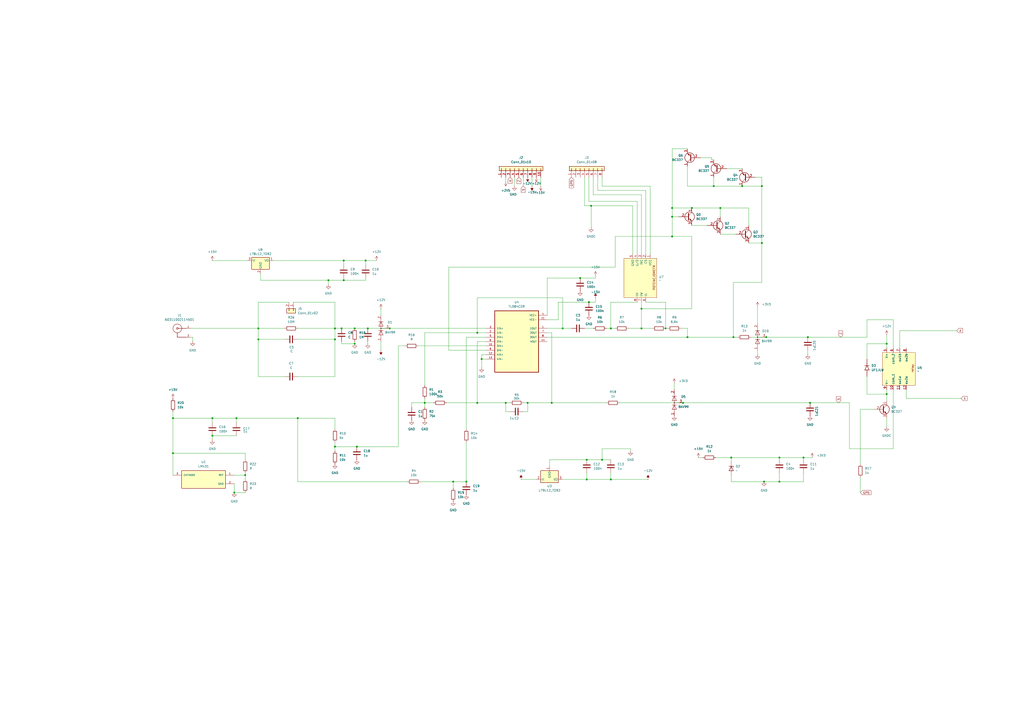
<source format=kicad_sch>
(kicad_sch (version 20231120) (generator "eeschema") (generator_version "8.0")
  (paper "A2")
  (junction (at 514.35 228.6))
  (junction (at 320.04 233.68))
  (junction (at 276.86 193.04))
  (junction (at 466.09 265.43))
  (junction (at 293.37 233.68))
  (junction (at 398.78 195.58))
  (junction (at 389.89 125.73))
  (junction (at 340.36 278.13))
  (junction (at 452.12 265.43))
  (junction (at 389.89 137.16))
  (junction (at 414.02 107.95))
  (junction (at 199.39 162.56))
  (junction (at 444.5 195.58))
  (junction (at 212.09 151.13))
  (junction (at 123.19 242.57))
  (junction (at 341.63 175.26))
  (junction (at 100.33 262.89))
  (junction (at 194.31 259.08))
  (junction (at 198.12 190.5))
  (junction (at 389.89 120.65))
  (junction (at 135.89 285.75))
  (junction (at 417.83 120.65))
  (junction (at 396.24 233.68))
  (junction (at 100.33 242.57))
  (junction (at 386.08 190.5))
  (junction (at 190.5 162.56))
  (junction (at 306.07 233.68))
  (junction (at 270.51 279.4))
  (junction (at 149.86 190.5))
  (junction (at 194.31 196.85))
  (junction (at 441.96 107.95))
  (junction (at 123.19 252.73))
  (junction (at 262.89 279.4))
  (junction (at 205.74 190.5))
  (junction (at 443.23 279.4))
  (junction (at 336.55 161.29))
  (junction (at 372.11 190.5))
  (junction (at 401.32 120.65))
  (junction (at 246.38 233.68))
  (junction (at 194.31 190.5))
  (junction (at 342.9 119.38))
  (junction (at 149.86 196.85))
  (junction (at 137.16 242.57))
  (junction (at 213.36 190.5))
  (junction (at 468.63 195.58))
  (junction (at 340.36 266.7))
  (junction (at 142.24 275.59))
  (junction (at 226.06 190.5))
  (junction (at 441.96 140.97))
  (junction (at 354.33 190.5))
  (junction (at 424.18 265.43))
  (junction (at 349.25 266.7))
  (junction (at 172.72 242.57))
  (junction (at 372.11 179.07))
  (junction (at 205.74 199.39))
  (junction (at 326.39 190.5))
  (junction (at 207.01 259.08))
  (junction (at 199.39 151.13))
  (junction (at 279.4 208.28))
  (junction (at 354.33 278.13))
  (junction (at 469.9 233.68))
  (junction (at 514.35 199.39))
  (junction (at 425.45 195.58))
  (junction (at 452.12 279.4))
  (junction (at 430.53 107.95))
  (junction (at 276.86 233.68))
  (wire (pts (xy 351.79 190.5) (xy 354.33 190.5)))
  (wire (pts (xy 386.08 190.5) (xy 387.35 190.5)))
  (wire (pts (xy 344.17 113.03) (xy 372.11 113.03)))
  (wire (pts (xy 441.96 107.95) (xy 441.96 140.97)))
  (wire (pts (xy 326.39 190.5) (xy 331.47 190.5)))
  (wire (pts (xy 220.98 179.07) (xy 220.98 182.88)))
  (wire (pts (xy 110.49 195.58) (xy 111.76 195.58)))
  (wire (pts (xy 298.45 102.87) (xy 298.45 107.95)))
  (wire (pts (xy 279.4 205.74) (xy 279.4 208.28)))
  (wire (pts (xy 359.41 233.68) (xy 396.24 233.68)))
  (wire (pts (xy 165.1 218.44) (xy 149.86 218.44)))
  (wire (pts (xy 466.09 265.43) (xy 471.17 265.43)))
  (wire (pts (xy 142.24 266.7) (xy 142.24 262.89)))
  (wire (pts (xy 306.07 233.68) (xy 320.04 233.68)))
  (wire (pts (xy 375.92 278.13) (xy 354.33 278.13)))
  (wire (pts (xy 317.5 185.42) (xy 323.85 185.42)))
  (wire (pts (xy 372.11 113.03) (xy 372.11 147.32)))
  (wire (pts (xy 417.83 125.73) (xy 417.83 120.65)))
  (wire (pts (xy 521.97 191.77) (xy 554.99 191.77)))
  (wire (pts (xy 424.18 265.43) (xy 452.12 265.43)))
  (wire (pts (xy 425.45 163.83) (xy 425.45 195.58)))
  (wire (pts (xy 444.5 195.58) (xy 468.63 195.58)))
  (wire (pts (xy 172.72 279.4) (xy 236.22 279.4)))
  (wire (pts (xy 318.77 266.7) (xy 340.36 266.7)))
  (wire (pts (xy 341.63 175.26) (xy 345.44 175.26)))
  (wire (pts (xy 341.63 116.84) (xy 369.57 116.84)))
  (wire (pts (xy 279.4 208.28) (xy 279.4 213.36)))
  (wire (pts (xy 308.61 102.87) (xy 308.61 107.95)))
  (wire (pts (xy 452.12 279.4) (xy 466.09 279.4)))
  (wire (pts (xy 518.16 260.35) (xy 518.16 226.06)))
  (wire (pts (xy 374.65 175.26) (xy 386.08 175.26)))
  (wire (pts (xy 389.89 120.65) (xy 389.89 86.36)))
  (wire (pts (xy 100.33 242.57) (xy 100.33 262.89)))
  (wire (pts (xy 213.36 199.39) (xy 213.36 198.12)))
  (wire (pts (xy 190.5 165.1) (xy 190.5 162.56)))
  (wire (pts (xy 323.85 175.26) (xy 341.63 175.26)))
  (wire (pts (xy 414.02 107.95) (xy 430.53 107.95)))
  (wire (pts (xy 441.96 163.83) (xy 425.45 163.83)))
  (wire (pts (xy 398.78 107.95) (xy 414.02 107.95)))
  (wire (pts (xy 149.86 190.5) (xy 149.86 196.85)))
  (wire (pts (xy 349.25 266.7) (xy 354.33 266.7)))
  (wire (pts (xy 394.97 190.5) (xy 398.78 190.5)))
  (wire (pts (xy 492.76 260.35) (xy 518.16 260.35)))
  (wire (pts (xy 441.96 102.87) (xy 441.96 107.95)))
  (wire (pts (xy 170.18 175.26) (xy 194.31 175.26)))
  (wire (pts (xy 389.89 86.36) (xy 398.78 86.36)))
  (wire (pts (xy 149.86 175.26) (xy 149.86 190.5)))
  (wire (pts (xy 135.89 280.67) (xy 135.89 285.75)))
  (wire (pts (xy 356.87 137.16) (xy 389.89 137.16)))
  (wire (pts (xy 398.78 195.58) (xy 425.45 195.58)))
  (wire (pts (xy 389.89 125.73) (xy 389.89 120.65)))
  (wire (pts (xy 110.49 190.5) (xy 149.86 190.5)))
  (wire (pts (xy 123.19 242.57) (xy 137.16 242.57)))
  (wire (pts (xy 499.11 276.86) (xy 499.11 285.75)))
  (wire (pts (xy 339.09 190.5) (xy 344.17 190.5)))
  (wire (pts (xy 151.13 162.56) (xy 190.5 162.56)))
  (wire (pts (xy 198.12 198.12) (xy 198.12 199.39)))
  (wire (pts (xy 345.44 160.02) (xy 345.44 161.29)))
  (wire (pts (xy 111.76 195.58) (xy 111.76 198.12)))
  (wire (pts (xy 439.42 203.2) (xy 439.42 205.74)))
  (wire (pts (xy 525.78 226.06) (xy 525.78 231.14)))
  (wire (pts (xy 302.26 278.13) (xy 311.15 278.13)))
  (wire (pts (xy 502.92 218.44) (xy 502.92 228.6)))
  (wire (pts (xy 281.94 198.12) (xy 276.86 198.12)))
  (wire (pts (xy 323.85 185.42) (xy 323.85 175.26)))
  (wire (pts (xy 199.39 162.56) (xy 212.09 162.56)))
  (wire (pts (xy 137.16 252.73) (xy 123.19 252.73)))
  (wire (pts (xy 434.34 120.65) (xy 434.34 130.81)))
  (wire (pts (xy 281.94 203.2) (xy 260.35 203.2)))
  (wire (pts (xy 421.64 97.79) (xy 430.53 97.79)))
  (wire (pts (xy 386.08 175.26) (xy 386.08 190.5)))
  (wire (pts (xy 349.25 260.35) (xy 349.25 266.7)))
  (wire (pts (xy 231.14 200.66) (xy 231.14 259.08)))
  (wire (pts (xy 365.76 261.62) (xy 365.76 260.35)))
  (wire (pts (xy 389.89 137.16) (xy 389.89 125.73)))
  (wire (pts (xy 149.86 196.85) (xy 165.1 196.85)))
  (wire (pts (xy 317.5 182.88) (xy 317.5 161.29)))
  (wire (pts (xy 142.24 262.89) (xy 100.33 262.89)))
  (wire (pts (xy 246.38 233.68) (xy 238.76 233.68)))
  (wire (pts (xy 172.72 242.57) (xy 194.31 242.57)))
  (wire (pts (xy 356.87 154.94) (xy 356.87 137.16)))
  (wire (pts (xy 212.09 153.67) (xy 212.09 151.13)))
  (wire (pts (xy 172.72 242.57) (xy 172.72 279.4)))
  (wire (pts (xy 199.39 151.13) (xy 212.09 151.13)))
  (wire (pts (xy 123.19 151.13) (xy 143.51 151.13)))
  (wire (pts (xy 506.73 237.49) (xy 499.11 237.49)))
  (wire (pts (xy 468.63 195.58) (xy 502.92 195.58)))
  (wire (pts (xy 412.75 92.71) (xy 414.02 92.71)))
  (wire (pts (xy 452.12 274.32) (xy 452.12 279.4)))
  (wire (pts (xy 514.35 226.06) (xy 514.35 228.6)))
  (wire (pts (xy 270.51 279.4) (xy 262.89 279.4)))
  (wire (pts (xy 246.38 233.68) (xy 246.38 236.22)))
  (wire (pts (xy 514.35 228.6) (xy 514.35 232.41)))
  (wire (pts (xy 318.77 266.7) (xy 318.77 270.51)))
  (wire (pts (xy 199.39 161.29) (xy 199.39 162.56)))
  (wire (pts (xy 198.12 190.5) (xy 205.74 190.5)))
  (wire (pts (xy 226.06 190.5) (xy 281.94 190.5)))
  (wire (pts (xy 424.18 275.59) (xy 424.18 279.4)))
  (wire (pts (xy 246.38 193.04) (xy 246.38 223.52)))
  (wire (pts (xy 320.04 193.04) (xy 320.04 233.68)))
  (wire (pts (xy 158.75 151.13) (xy 199.39 151.13)))
  (wire (pts (xy 349.25 102.87) (xy 349.25 107.95)))
  (wire (pts (xy 443.23 279.4) (xy 452.12 279.4)))
  (wire (pts (xy 349.25 107.95) (xy 377.19 107.95)))
  (wire (pts (xy 438.15 102.87) (xy 441.96 102.87)))
  (wire (pts (xy 389.89 120.65) (xy 401.32 120.65)))
  (wire (pts (xy 246.38 233.68) (xy 251.46 233.68)))
  (wire (pts (xy 194.31 190.5) (xy 198.12 190.5)))
  (wire (pts (xy 502.92 185.42) (xy 518.16 185.42)))
  (wire (pts (xy 405.13 265.43) (xy 407.67 265.43)))
  (wire (pts (xy 518.16 185.42) (xy 518.16 201.93)))
  (wire (pts (xy 270.51 195.58) (xy 270.51 248.92)))
  (wire (pts (xy 514.35 199.39) (xy 514.35 201.93)))
  (wire (pts (xy 342.9 119.38) (xy 342.9 132.08)))
  (wire (pts (xy 123.19 252.73) (xy 123.19 255.27)))
  (wire (pts (xy 123.19 242.57) (xy 123.19 245.11)))
  (wire (pts (xy 205.74 190.5) (xy 213.36 190.5)))
  (wire (pts (xy 142.24 275.59) (xy 142.24 278.13)))
  (wire (pts (xy 303.53 102.87) (xy 303.53 107.95)))
  (wire (pts (xy 262.89 279.4) (xy 262.89 283.21)))
  (wire (pts (xy 207.01 259.08) (xy 231.14 259.08)))
  (wire (pts (xy 425.45 195.58) (xy 427.99 195.58)))
  (wire (pts (xy 293.37 233.68) (xy 293.37 238.76)))
  (wire (pts (xy 326.39 278.13) (xy 340.36 278.13)))
  (wire (pts (xy 466.09 265.43) (xy 466.09 266.7)))
  (wire (pts (xy 339.09 102.87) (xy 339.09 119.38)))
  (wire (pts (xy 317.5 193.04) (xy 320.04 193.04)))
  (wire (pts (xy 194.31 256.54) (xy 194.31 259.08)))
  (wire (pts (xy 452.12 265.43) (xy 452.12 266.7)))
  (wire (pts (xy 279.4 208.28) (xy 281.94 208.28)))
  (wire (pts (xy 499.11 237.49) (xy 499.11 269.24)))
  (wire (pts (xy 293.37 102.87) (xy 293.37 105.41)))
  (wire (pts (xy 194.31 175.26) (xy 194.31 190.5)))
  (wire (pts (xy 336.55 161.29) (xy 345.44 161.29)))
  (wire (pts (xy 212.09 161.29) (xy 212.09 162.56)))
  (wire (pts (xy 199.39 153.67) (xy 199.39 151.13)))
  (wire (pts (xy 398.78 190.5) (xy 398.78 195.58)))
  (wire (pts (xy 401.32 130.81) (xy 410.21 130.81)))
  (wire (pts (xy 367.03 119.38) (xy 367.03 147.32)))
  (wire (pts (xy 190.5 162.56) (xy 199.39 162.56)))
  (wire (pts (xy 401.32 137.16) (xy 389.89 137.16)))
  (wire (pts (xy 372.11 190.5) (xy 378.46 190.5)))
  (wire (pts (xy 242.57 200.66) (xy 281.94 200.66)))
  (wire (pts (xy 502.92 195.58) (xy 502.92 185.42)))
  (wire (pts (xy 340.36 278.13) (xy 354.33 278.13)))
  (wire (pts (xy 276.86 198.12) (xy 276.86 233.68)))
  (wire (pts (xy 246.38 231.14) (xy 246.38 233.68)))
  (wire (pts (xy 435.61 195.58) (xy 444.5 195.58)))
  (wire (pts (xy 364.49 190.5) (xy 372.11 190.5)))
  (wire (pts (xy 137.16 245.11) (xy 137.16 242.57)))
  (wire (pts (xy 281.94 195.58) (xy 270.51 195.58)))
  (wire (pts (xy 417.83 135.89) (xy 426.72 135.89)))
  (wire (pts (xy 137.16 242.57) (xy 172.72 242.57)))
  (wire (pts (xy 194.31 242.57) (xy 194.31 248.92)))
  (wire (pts (xy 317.5 195.58) (xy 398.78 195.58)))
  (wire (pts (xy 194.31 190.5) (xy 194.31 196.85)))
  (wire (pts (xy 198.12 199.39) (xy 205.74 199.39)))
  (wire (pts (xy 317.5 190.5) (xy 326.39 190.5)))
  (wire (pts (xy 194.31 259.08) (xy 207.01 259.08)))
  (wire (pts (xy 149.86 175.26) (xy 167.64 175.26)))
  (wire (pts (xy 260.35 154.94) (xy 356.87 154.94)))
  (wire (pts (xy 303.53 238.76) (xy 306.07 238.76)))
  (wire (pts (xy 466.09 274.32) (xy 466.09 279.4)))
  (wire (pts (xy 468.63 203.2) (xy 468.63 205.74)))
  (wire (pts (xy 326.39 172.72) (xy 326.39 190.5)))
  (wire (pts (xy 205.74 198.12) (xy 205.74 199.39)))
  (wire (pts (xy 220.98 198.12) (xy 220.98 203.2)))
  (wire (pts (xy 259.08 233.68) (xy 276.86 233.68)))
  (wire (pts (xy 412.75 92.71) (xy 412.75 91.44)))
  (wire (pts (xy 354.33 274.32) (xy 354.33 278.13)))
  (wire (pts (xy 172.72 196.85) (xy 194.31 196.85)))
  (wire (pts (xy 434.34 140.97) (xy 441.96 140.97)))
  (wire (pts (xy 306.07 233.68) (xy 303.53 233.68)))
  (wire (pts (xy 100.33 238.76) (xy 100.33 242.57)))
  (wire (pts (xy 142.24 274.32) (xy 142.24 275.59)))
  (wire (pts (xy 369.57 116.84) (xy 369.57 147.32)))
  (wire (pts (xy 415.29 265.43) (xy 424.18 265.43)))
  (wire (pts (xy 354.33 190.5) (xy 356.87 190.5)))
  (wire (pts (xy 414.02 102.87) (xy 414.02 107.95)))
  (wire (pts (xy 339.09 119.38) (xy 342.9 119.38)))
  (wire (pts (xy 389.89 125.73) (xy 393.7 125.73)))
  (wire (pts (xy 243.84 279.4) (xy 262.89 279.4)))
  (wire (pts (xy 234.95 200.66) (xy 231.14 200.66)))
  (wire (pts (xy 441.96 140.97) (xy 441.96 163.83)))
  (wire (pts (xy 194.31 259.08) (xy 194.31 261.62)))
  (wire (pts (xy 412.75 91.44) (xy 406.4 91.44)))
  (wire (pts (xy 341.63 102.87) (xy 341.63 116.84)))
  (wire (pts (xy 317.5 161.29) (xy 336.55 161.29)))
  (wire (pts (xy 100.33 262.89) (xy 100.33 275.59)))
  (wire (pts (xy 354.33 175.26) (xy 354.33 190.5)))
  (wire (pts (xy 135.89 285.75) (xy 142.24 285.75)))
  (wire (pts (xy 367.03 119.38) (xy 342.9 119.38)))
  (wire (pts (xy 218.44 151.13) (xy 212.09 151.13)))
  (wire (pts (xy 401.32 179.07) (xy 401.32 137.16)))
  (wire (pts (xy 372.11 175.26) (xy 372.11 179.07)))
  (wire (pts (xy 424.18 265.43) (xy 424.18 267.97)))
  (wire (pts (xy 369.57 175.26) (xy 354.33 175.26)))
  (wire (pts (xy 213.36 190.5) (xy 226.06 190.5)))
  (wire (pts (xy 514.35 194.31) (xy 514.35 199.39)))
  (wire (pts (xy 346.71 102.87) (xy 346.71 110.49)))
  (wire (pts (xy 396.24 233.68) (xy 469.9 233.68)))
  (wire (pts (xy 365.76 260.35) (xy 349.25 260.35)))
  (wire (pts (xy 340.36 266.7) (xy 349.25 266.7)))
  (wire (pts (xy 340.36 274.32) (xy 340.36 278.13)))
  (wire (pts (xy 452.12 265.43) (xy 466.09 265.43)))
  (wire (pts (xy 135.89 275.59) (xy 142.24 275.59)))
  (wire (pts (xy 151.13 158.75) (xy 151.13 162.56)))
  (wire (pts (xy 521.97 201.93) (xy 521.97 191.77)))
  (wire (pts (xy 172.72 218.44) (xy 194.31 218.44)))
  (wire (pts (xy 502.92 199.39) (xy 514.35 199.39)))
  (wire (pts (xy 270.51 256.54) (xy 270.51 279.4)))
  (wire (pts (xy 391.16 226.06) (xy 391.16 222.25)))
  (wire (pts (xy 514.35 242.57) (xy 514.35 247.65)))
  (wire (pts (xy 276.86 233.68) (xy 293.37 233.68)))
  (wire (pts (xy 149.86 196.85) (xy 149.86 218.44)))
  (wire (pts (xy 469.9 233.68) (xy 492.76 233.68)))
  (wire (pts (xy 344.17 102.87) (xy 344.17 113.03)))
  (wire (pts (xy 260.35 154.94) (xy 260.35 203.2)))
  (wire (pts (xy 306.07 233.68) (xy 306.07 238.76)))
  (wire (pts (xy 295.91 233.68) (xy 293.37 233.68)))
  (wire (pts (xy 372.11 179.07) (xy 372.11 190.5)))
  (wire (pts (xy 238.76 233.68) (xy 238.76 236.22)))
  (wire (pts (xy 345.44 175.26) (xy 345.44 172.72)))
  (wire (pts (xy 320.04 233.68) (xy 351.79 233.68)))
  (wire (pts (xy 295.91 238.76) (xy 293.37 238.76)))
  (wire (pts (xy 149.86 190.5) (xy 165.1 190.5)))
  (wire (pts (xy 401.32 120.65) (xy 417.83 120.65)))
  (wire (pts (xy 430.53 107.95) (xy 441.96 107.95)))
  (wire (pts (xy 276.86 172.72) (xy 326.39 172.72)))
  (wire (pts (xy 246.38 193.04) (xy 276.86 193.04)))
  (wire (pts (xy 281.94 205.74) (xy 279.4 205.74)))
  (wire (pts (xy 377.19 107.95) (xy 377.19 147.32)))
  (wire (pts (xy 492.76 233.68) (xy 492.76 260.35)))
  (wire (pts (xy 502.92 208.28) (xy 502.92 199.39)))
  (wire (pts (xy 281.94 193.04) (xy 276.86 193.04)))
  (wire (pts (xy 525.78 231.14) (xy 557.53 231.14)))
  (wire (pts (xy 346.71 110.49) (xy 374.65 110.49)))
  (wire (pts (xy 398.78 96.52) (xy 398.78 107.95)))
  (wire (pts (xy 424.18 279.4) (xy 443.23 279.4)))
  (wire (pts (xy 374.65 110.49) (xy 374.65 147.32)))
  (wire (pts (xy 313.69 102.87) (xy 313.69 107.95)))
  (wire (pts (xy 172.72 190.5) (xy 194.31 190.5)))
  (wire (pts (xy 372.11 179.07) (xy 401.32 179.07)))
  (wire (pts (xy 502.92 228.6) (xy 514.35 228.6)))
  (wire (pts (xy 417.83 120.65) (xy 434.34 120.65)))
  (wire (pts (xy 194.31 196.85) (xy 194.31 218.44)))
  (wire (pts (xy 276.86 193.04) (xy 276.86 172.72)))
  (wire (pts (xy 439.42 187.96) (xy 439.42 177.8)))
  (wire (pts (xy 100.33 242.57) (xy 123.19 242.57)))
  (global_label "Z" (shape input) (at 300.99 102.87 270) (property "Intersheetrefs" "${INTERSHEET_REFS}" (effects (hide yes))))
  (global_label "A" (shape input) (at 295.91 102.87 270) (property "Intersheetrefs" "${INTERSHEET_REFS}" (effects (hide yes))))
  (global_label "Z" (shape input) (at 487.68 195.58 90) (property "Intersheetrefs" "${INTERSHEET_REFS}" (effects (hide yes))))
  (global_label "GP5" (shape input) (at 331.47 102.87 270) (property "Intersheetrefs" "${INTERSHEET_REFS}" (effects (hide yes))))
  (global_label "S" (shape input) (at 486.41 233.68 90) (property "Intersheetrefs" "${INTERSHEET_REFS}" (effects (hide yes))))
  (global_label "GP5" (shape input) (at 499.11 285.75 0) (property "Intersheetrefs" "${INTERSHEET_REFS}" (effects (hide yes))))
  (global_label "A" (shape input) (at 557.53 231.14 0) (property "Intersheetrefs" "${INTERSHEET_REFS}" (effects (hide yes))))
  (global_label "A" (shape input) (at 554.99 191.77 0) (property "Intersheetrefs" "${INTERSHEET_REFS}" (effects (hide yes))))
  (global_label "S" (shape input) (at 303.53 107.95 270) (property "Intersheetrefs" "${INTERSHEET_REFS}" (effects (hide yes))))
  (symbol (lib_id "Transistor_BJT:BC337") (at 511.81 237.49 0) (unit 1)
    (property "Reference" "Q9" (at 516.89 236.2199 0) (effects (justify left)))
    (property "Value" "BC337" (at 516.89 238.7599 0) (effects (justify left)))
    (property "Footprint" "Package_TO_SOT_THT:TO-92_Inline" (effects (hide yes)))
    (property "Datasheet" "https://diotec.com/tl_files/diotec/files/pdf/datasheets/bc337.pdf" (effects (hide yes)))
    (property "Description" "0.8A Ic, 45V Vce, NPN Transistor, TO-92" (effects (hide yes)))
  )
  (symbol (lib_id "Device:C") (at 198.12 194.31 0) (unit 1)
    (property "Reference" "C8" (at 201.93 193.0399 0) (effects (justify left)))
    (property "Value" "C" (at 201.93 195.5799 0) (effects (justify left)))
    (property "Footprint" "Capacitor_SMD:C_1206_3216Metric" (effects (hide yes)))
    (property "Description" "Unpolarized capacitor" (effects (hide yes)))
  )
  (symbol (lib_id "Device:C") (at 468.63 199.39 180) (unit 1)
    (property "Reference" "C20" (at 472.44 199.39 90))
    (property "Value" "1u" (at 472.44 202.184 90))
    (property "Footprint" "Capacitor_SMD:C_1206_3216Metric_Pad1.33x1.80mm_HandSolder" (effects (hide yes)))
    (property "Description" "Unpolarized capacitor" (effects (hide yes)))
  )
  (symbol (lib_id "power:GND") (at 443.23 279.4 0) (unit 1)
    (property "Reference" "#PWR030" (effects (hide yes)))
    (property "Value" "GND" (at 443.23 284.48 0))
    (property "Description" "Power symbol creates a global label with name \"GND\" , ground" (effects (hide yes)))
  )
  (symbol (lib_id "60311002114501:60311002114501") (at 102.87 190.5 0) (unit 1)
    (property "Reference" "J1" (at 104.1527 182.88 0))
    (property "Value" "60311002114501" (at 104.1527 185.42 0))
    (property "Footprint" "Connector_Coaxial:SMA_Molex_73251-2200_Horizontal" (effects (hide yes)))
    (property "Description" "\\n                        \\n                            SMA Connector Jack, Female Socket 50 Ohms Through Hole, Right Angle Solder\\n                        \\n" (effects (hide yes)))
    (property "Package" "None" (effects (hide yes)))
    (property "MOUNT" "THT" (effects (hide yes)))
    (property "Check_prices" "https://www.snapeda.com/parts/60311002114501/Wurth+Elektronik/view-part/?ref=eda" (effects (hide yes)))
    (property "VALUE" "60311002114501" (effects (hide yes)))
    (property "Price" "None" (effects (hide yes)))
    (property "INTERFACE" "MIL-STD-348" (effects (hide yes)))
    (property "SnapEDA_Link" "https://www.snapeda.com/parts/60311002114501/Wurth+Elektronik/view-part/?ref=snap" (effects (hide yes)))
    (property "DATASHEET-URL" "https://www.we-online.com/redexpert/spec/60311002114501?ae" (effects (hide yes)))
    (property "MP" "60311002114501" (effects (hide yes)))
    (property "PART-NUMBER" "60311002114501" (effects (hide yes)))
    (property "IMPEDANCE" "50Ohm" (effects (hide yes)))
    (property "Availability" "In Stock" (effects (hide yes)))
    (property "FREQUENCY-RANGE" "DC~{18} GHz" (effects (hide yes)))
    (property "SIZE" "Right Angle Jack" (effects (hide yes)))
  )
  (symbol (lib_id "Device:R") (at 411.48 265.43 90) (unit 1)
    (property "Reference" "R12" (at 411.48 259.08 90))
    (property "Value" "1k" (at 411.48 261.62 90))
    (property "Footprint" "Resistor_SMD:R_1206_3216Metric" (effects (hide yes)))
    (property "Description" "Resistor" (effects (hide yes)))
  )
  (symbol (lib_id "Regulator_Linear:L79L12_TO92") (at 318.77 278.13 0) (unit 1)
    (property "Reference" "U3" (at 318.77 281.94 0))
    (property "Value" "L79L12_TO92" (at 318.77 284.48 0))
    (property "Footprint" "Package_TO_SOT_THT:TO-92_Inline" (effects (hide yes)))
    (property "Datasheet" "http://www.farnell.com/datasheets/1827870.pdf" (effects (hide yes)))
    (property "Description" "Negative 100mA -30V Linear Regulator, Fixed Output -5V, TO-92" (effects (hide yes)))
  )
  (symbol (lib_id "Device:C") (at 168.91 196.85 90) (unit 1)
    (property "Reference" "C5" (at 169.164 201.422 90))
    (property "Value" "C" (at 169.164 203.708 90))
    (property "Footprint" "Capacitor_SMD:C_1206_3216Metric" (effects (hide yes)))
    (property "Description" "Unpolarized capacitor" (effects (hide yes)))
  )
  (symbol (lib_id "Device:C") (at 212.09 157.48 0) (unit 1)
    (property "Reference" "C10" (at 215.9 156.2099 0) (effects (justify left)))
    (property "Value" "1u" (at 215.9 158.7499 0) (effects (justify left)))
    (property "Footprint" "Capacitor_THT:CP_Radial_Tantal_D7.0mm_P5.00mm" (effects (hide yes)))
    (property "Description" "Unpolarized capacitor" (effects (hide yes)))
  )
  (symbol (lib_id "Connector_Generic:Conn_01x02") (at 170.18 180.34 270) (unit 1)
    (property "Reference" "J5" (at 172.72 179.0699 90) (effects (justify left)))
    (property "Value" "Conn_01x02" (at 172.72 181.6099 90) (effects (justify left)))
    (property "Footprint" "Connector_PinHeader_2.54mm:PinHeader_1x02_P2.54mm_Vertical" (effects (hide yes)))
    (property "Description" "Generic connector, single row, 01x02, script generated (kicad-library-utils/schlib/autogen/connector/)" (effects (hide yes)))
  )
  (symbol (lib_id "power:GND") (at 262.89 290.83 0) (unit 1)
    (property "Reference" "#PWR035" (effects (hide yes)))
    (property "Value" "GND" (at 262.89 295.91 0))
    (property "Description" "Power symbol creates a global label with name \"GND\" , ground" (effects (hide yes)))
  )
  (symbol (lib_id "power:GND") (at 207.01 266.7 0) (unit 1)
    (property "Reference" "#PWR06" (effects (hide yes)))
    (property "Value" "GND" (at 207.01 271.78 0))
    (property "Description" "Power symbol creates a global label with name \"GND\" , ground" (effects (hide yes)))
  )
  (symbol (lib_id "power:GND") (at 111.76 198.12 0) (unit 1)
    (property "Reference" "#PWR022" (effects (hide yes)))
    (property "Value" "GND" (at 111.76 203.2 0))
    (property "Description" "Power symbol creates a global label with name \"GND\" , ground" (effects (hide yes)))
  )
  (symbol (lib_id "power:+15V") (at 405.13 265.43 0) (unit 1)
    (property "Reference" "#PWR09" (effects (hide yes)))
    (property "Value" "+15V" (at 405.13 260.35 0))
    (property "Description" "Power symbol creates a global label with name \"+15V\"" (effects (hide yes)))
  )
  (symbol (lib_id "Transistor_BJT:BC337") (at 431.8 135.89 0) (unit 1)
    (property "Reference" "Q3" (at 436.88 134.6199 0) (effects (justify left)))
    (property "Value" "BC337" (at 436.88 137.1599 0) (effects (justify left)))
    (property "Footprint" "Package_TO_SOT_THT:TO-92_Inline" (effects (hide yes)))
    (property "Datasheet" "https://diotec.com/tl_files/diotec/files/pdf/datasheets/bc337.pdf" (effects (hide yes)))
    (property "Description" "0.8A Ic, 45V Vce, NPN Transistor, TO-92" (effects (hide yes)))
  )
  (symbol (lib_id "Transistor_BJT:BC337") (at 398.78 125.73 0) (unit 1)
    (property "Reference" "Q0" (at 403.86 124.4599 0) (effects (justify left)))
    (property "Value" "BC337" (at 403.86 126.9999 0) (effects (justify left)))
    (property "Footprint" "Package_TO_SOT_THT:TO-92_Inline" (effects (hide yes)))
    (property "Datasheet" "https://diotec.com/tl_files/diotec/files/pdf/datasheets/bc337.pdf" (effects (hide yes)))
    (property "Description" "0.8A Ic, 45V Vce, NPN Transistor, TO-92" (effects (hide yes)))
  )
  (symbol (lib_id "Diode:ZPDxx") (at 424.18 271.78 270) (unit 1)
    (property "Reference" "D2" (at 426.72 270.5099 90) (effects (justify left)))
    (property "Value" "~" (at 426.72 273.0499 90) (effects (justify left)))
    (property "Footprint" "Diode_THT:D_A-405_P2.54mm_Vertical_KathodeUp" (effects (hide yes)))
    (property "Datasheet" "http://diotec.com/tl_files/diotec/files/pdf/datasheets/zpd1" (effects (hide yes)))
    (property "Description" "500mW Zener Diode, DO-35" (effects (hide yes)))
  )
  (symbol (lib_id "Device:R") (at 391.16 190.5 90) (unit 1)
    (property "Reference" "R9" (at 391.16 184.15 90))
    (property "Value" "6,6k" (at 391.16 186.69 90))
    (property "Footprint" "Resistor_SMD:R_1206_3216Metric" (effects (hide yes)))
    (property "Description" "Resistor" (effects (hide yes)))
  )
  (symbol (lib_id "power:+2V5") (at 293.37 105.41 180) (unit 1)
    (property "Reference" "#PWR026" (effects (hide yes)))
    (property "Value" "+2V5" (at 293.37 110.49 0))
    (property "Description" "Power symbol creates a global label with name \"+2V5\"" (effects (hide yes)))
  )
  (symbol (lib_id "power:GND") (at 270.51 287.02 0) (unit 1)
    (property "Reference" "#PWR037" (effects (hide yes)))
    (property "Value" "GND" (at 270.51 292.1 0))
    (property "Description" "Power symbol creates a global label with name \"GND\" , ground" (effects (hide yes)))
  )
  (symbol (lib_id "power:GND") (at 238.76 243.84 0) (unit 1)
    (property "Reference" "#PWR01" (effects (hide yes)))
    (property "Value" "GND" (at 238.76 248.92 0))
    (property "Description" "Power symbol creates a global label with name \"GND\" , ground" (effects (hide yes)))
  )
  (symbol (lib_id "Device:R") (at 255.27 233.68 90) (unit 1)
    (property "Reference" "R3" (at 255.27 227.33 90))
    (property "Value" "50k" (at 255.27 229.87 90))
    (property "Footprint" "Resistor_SMD:R_1206_3216Metric" (effects (hide yes)))
    (property "Description" "Resistor" (effects (hide yes)))
  )
  (symbol (lib_id "power:GND") (at 246.38 243.84 0) (unit 1)
    (property "Reference" "#PWR02" (effects (hide yes)))
    (property "Value" "GND" (at 246.38 248.92 0))
    (property "Description" "Power symbol creates a global label with name \"GND\" , ground" (effects (hide yes)))
  )
  (symbol (lib_id "Device:C") (at 199.39 157.48 0) (unit 1)
    (property "Reference" "C9" (at 203.2 156.2099 0) (effects (justify left)))
    (property "Value" "100n" (at 203.2 158.7499 0) (effects (justify left)))
    (property "Footprint" "Capacitor_SMD:C_1206_3216Metric" (effects (hide yes)))
    (property "Description" "Unpolarized capacitor" (effects (hide yes)))
  )
  (symbol (lib_id "Device:C") (at 299.72 238.76 90) (unit 1)
    (property "Reference" "C2" (at 299.72 242.57 90))
    (property "Value" "1u" (at 296.926 242.57 90))
    (property "Footprint" "Capacitor_SMD:C_1206_3216Metric" (effects (hide yes)))
    (property "Description" "Unpolarized capacitor" (effects (hide yes)))
  )
  (symbol (lib_id "power:-12V") (at 375.92 278.13 0) (unit 1)
    (property "Reference" "#PWR027" (effects (hide yes)))
    (property "Value" "-12V" (at 375.92 273.05 0))
    (property "Description" "Power symbol creates a global label with name \"-12V\"" (effects (hide yes)))
  )
  (symbol (lib_id "power:-12V") (at 306.07 102.87 180) (unit 1)
    (property "Reference" "#PWR034" (effects (hide yes)))
    (property "Value" "-12V" (at 305.816 106.426 0))
    (property "Description" "Power symbol creates a global label with name \"-12V\"" (effects (hide yes)))
  )
  (symbol (lib_id "Device:R") (at 431.8 195.58 90) (unit 1)
    (property "Reference" "R13" (at 431.8 189.23 90))
    (property "Value" "1k" (at 431.8 191.77 90))
    (property "Footprint" "Resistor_SMD:R_1206_3216Metric" (effects (hide yes)))
    (property "Description" "Resistor" (effects (hide yes)))
  )
  (symbol (lib_id "Device:R") (at 142.24 270.51 0) (unit 1)
    (property "Reference" "R22" (at 144.78 269.2399 0) (effects (justify left)))
    (property "Value" "R" (at 144.78 271.7799 0) (effects (justify left)))
    (property "Footprint" "Resistor_SMD:R_1206_3216Metric_Pad1.30x1.75mm_HandSolder" (effects (hide yes)))
    (property "Description" "Resistor" (effects (hide yes)))
  )
  (symbol (lib_id "Device:R") (at 299.72 233.68 90) (unit 1)
    (property "Reference" "R5" (at 299.72 229.108 90))
    (property "Value" "30k" (at 299.72 231.14 90))
    (property "Footprint" "Resistor_SMD:R_1206_3216Metric" (effects (hide yes)))
    (property "Description" "Resistor" (effects (hide yes)))
  )
  (symbol (lib_id "power:+12V") (at 311.15 102.87 180) (unit 1)
    (property "Reference" "#PWR025" (effects (hide yes)))
    (property "Value" "+12V" (at 311.15 106.426 0))
    (property "Description" "Power symbol creates a global label with name \"+12V\"" (effects (hide yes)))
  )
  (symbol (lib_id "power:+15V") (at 313.69 107.95 180) (unit 1)
    (property "Reference" "#PWR032" (effects (hide yes)))
    (property "Value" "+15V" (at 313.436 111.76 0))
    (property "Description" "Power symbol creates a global label with name \"+15V\"" (effects (hide yes)))
  )
  (symbol (lib_id "power:GND") (at 514.35 247.65 0) (unit 1)
    (property "Reference" "#PWR010" (effects (hide yes)))
    (property "Value" "GNDC" (at 514.35 252.73 0))
    (property "Description" "Power symbol creates a global label with name \"GND\" , ground" (effects (hide yes)))
  )
  (symbol (lib_id "Connector_Generic:Conn_01x10") (at 300.99 97.79 90) (unit 1)
    (property "Reference" "J2" (at 302.26 91.44 90))
    (property "Value" "Conn_01x10" (at 302.26 93.98 90))
    (property "Footprint" "Connector_PinHeader_2.54mm:PinHeader_1x10_P2.54mm_Vertical" (effects (hide yes)))
    (property "Description" "Generic connector, single row, 01x10, script generated (kicad-library-utils/schlib/autogen/connector/)" (effects (hide yes)))
  )
  (symbol (lib_id "power:GND") (at 342.9 132.08 0) (unit 1)
    (property "Reference" "#PWR021" (effects (hide yes)))
    (property "Value" "GNDC" (at 342.9 137.16 0))
    (property "Description" "Power symbol creates a global label with name \"GND\" , ground" (effects (hide yes)))
  )
  (symbol (lib_id "Device:C") (at 123.19 248.92 0) (unit 1)
    (property "Reference" "C16" (at 127 247.6499 0) (effects (justify left)))
    (property "Value" "100n" (at 127 250.1899 0) (effects (justify left)))
    (property "Footprint" "Capacitor_SMD:C_1206_3216Metric_Pad1.33x1.80mm_HandSolder" (effects (hide yes)))
    (property "Description" "Unpolarized capacitor" (effects (hide yes)))
  )
  (symbol (lib_id "Connector_Generic:Conn_01x08") (at 339.09 97.79 90) (unit 1)
    (property "Reference" "J3" (at 340.36 91.44 90))
    (property "Value" "Conn_01x08" (at 340.36 93.98 90))
    (property "Footprint" "Connector_PinHeader_2.54mm:PinHeader_1x08_P2.54mm_Vertical" (effects (hide yes)))
    (property "Description" "Generic connector, single row, 01x08, script generated (kicad-library-utils/schlib/autogen/connector/)" (effects (hide yes)))
  )
  (symbol (lib_id "Transistor_BJT:BC337") (at 415.29 130.81 0) (unit 1)
    (property "Reference" "Q2" (at 420.37 129.5399 0) (effects (justify left)))
    (property "Value" "BC337" (at 420.37 132.0799 0) (effects (justify left)))
    (property "Footprint" "Package_TO_SOT_THT:TO-92_Inline" (effects (hide yes)))
    (property "Datasheet" "https://diotec.com/tl_files/diotec/files/pdf/datasheets/bc337.pdf" (effects (hide yes)))
    (property "Description" "0.8A Ic, 45V Vce, NPN Transistor, TO-92" (effects (hide yes)))
  )
  (symbol (lib_id "Device:R") (at 142.24 281.94 0) (unit 1)
    (property "Reference" "R23" (at 144.78 280.6699 0) (effects (justify left)))
    (property "Value" "R" (at 144.78 283.2099 0) (effects (justify left)))
    (property "Footprint" "Resistor_SMD:R_1206_3216Metric_Pad1.30x1.75mm_HandSolder" (effects (hide yes)))
    (property "Description" "Resistor" (effects (hide yes)))
  )
  (symbol (lib_id "Device:R") (at 499.11 273.05 0) (unit 1)
    (property "Reference" "R17" (at 501.65 271.7799 0) (effects (justify left)))
    (property "Value" "1k" (at 501.65 274.3199 0) (effects (justify left)))
    (property "Footprint" "Resistor_SMD:R_1206_3216Metric" (effects (hide yes)))
    (property "Description" "Resistor" (effects (hide yes)))
  )
  (symbol (lib_id "Device:C") (at 336.55 165.1 0) (unit 1)
    (property "Reference" "C14" (at 340.36 163.8299 0) (effects (justify left)))
    (property "Value" "100n" (at 340.36 166.3699 0) (effects (justify left)))
    (property "Footprint" "Capacitor_SMD:C_1206_3216Metric" (effects (hide yes)))
    (property "Description" "Unpolarized capacitor" (effects (hide yes)))
  )
  (symbol (lib_id "Device:R") (at 270.51 252.73 180) (unit 1)
    (property "Reference" "R14" (at 273.05 251.4599 0) (effects (justify right)))
    (property "Value" "10k" (at 273.05 253.9999 0) (effects (justify right)))
    (property "Footprint" "Resistor_SMD:R_1206_3216Metric" (effects (hide yes)))
    (property "Description" "Resistor" (effects (hide yes)))
  )
  (symbol (lib_id "power:GND") (at 341.63 182.88 0) (unit 1)
    (property "Reference" "#PWR018" (effects (hide yes)))
    (property "Value" "GND" (at 341.63 187.96 0))
    (property "Description" "Power symbol creates a global label with name \"GND\" , ground" (effects (hide yes)))
  )
  (symbol (lib_id "Device:R") (at 382.27 190.5 90) (unit 1)
    (property "Reference" "R8" (at 382.27 184.15 90))
    (property "Value" "10k" (at 382.27 186.69 90))
    (property "Footprint" "Resistor_SMD:R_1206_3216Metric" (effects (hide yes)))
    (property "Description" "Resistor" (effects (hide yes)))
  )
  (symbol (lib_id "TL084CDR:TL084CDR") (at 299.72 198.12 0) (unit 1)
    (property "Reference" "U4" (at 299.72 175.26 0))
    (property "Value" "TL084CDR" (at 299.72 177.8 0))
    (property "Footprint" "TL084CDR (1):SOIC127P600X175-14N" (effects (hide yes)))
    (property "Description" "\\n                        \\n                            Quad, 30-V, 3-MHz, 13-V/µs slew rate, In to V+, JFET-input op amp\\n                        \\n" (effects (hide yes)))
    (property "Package" "SOIC-14 Texas Instruments" (effects (hide yes)))
    (property "Price" "None" (effects (hide yes)))
    (property "SnapEDA_Link" "https://www.snapeda.com/parts/TL084CDR/Texas+Instruments/view-part/?ref=snap" (effects (hide yes)))
    (property "MP" "TL084CDR" (effects (hide yes)))
    (property "Availability" "In Stock" (effects (hide yes)))
    (property "Check_prices" "https://www.snapeda.com/parts/TL084CDR/Texas+Instruments/view-part/?ref=eda" (effects (hide yes)))
  )
  (symbol (lib_id "Device:C") (at 466.09 270.51 0) (unit 1)
    (property "Reference" "C11" (at 469.9 269.2399 0) (effects (justify left)))
    (property "Value" "1u" (at 469.9 271.7799 0) (effects (justify left)))
    (property "Footprint" "Capacitor_THT:CP_Radial_Tantal_D7.0mm_P5.00mm" (effects (hide yes)))
    (property "Description" "Unpolarized capacitor" (effects (hide yes)))
  )
  (symbol (lib_id "power:+15V") (at 345.44 160.02 0) (unit 1)
    (property "Reference" "#PWR015" (effects (hide yes)))
    (property "Value" "+15V" (at 345.44 154.94 0))
    (property "Description" "Power symbol creates a global label with name \"+15V\"" (effects (hide yes)))
  )
  (symbol (lib_id "Transistor_BJT:BC337") (at 401.32 91.44 180) (unit 1)
    (property "Reference" "Q6" (at 396.24 90.1699 0) (effects (justify left)))
    (property "Value" "BC337" (at 396.24 92.7099 0) (effects (justify left)))
    (property "Footprint" "Package_TO_SOT_THT:TO-92_Inline" (effects (hide yes)))
    (property "Datasheet" "https://diotec.com/tl_files/diotec/files/pdf/datasheets/bc337.pdf" (effects (hide yes)))
    (property "Description" "0.8A Ic, 45V Vce, NPN Transistor, TO-92" (effects (hide yes)))
  )
  (symbol (lib_id "Device:R") (at 360.68 190.5 90) (unit 1)
    (property "Reference" "R7" (at 360.68 184.15 90))
    (property "Value" "10k" (at 360.68 186.69 90))
    (property "Footprint" "Resistor_SMD:R_1206_3216Metric" (effects (hide yes)))
    (property "Description" "Resistor" (effects (hide yes)))
  )
  (symbol (lib_id "power:GND") (at 469.9 241.3 0) (unit 1)
    (property "Reference" "#PWR041" (effects (hide yes)))
    (property "Value" "GND" (at 469.9 246.38 0))
    (property "Description" "Power symbol creates a global label with name \"GND\" , ground" (effects (hide yes)))
  )
  (symbol (lib_id "power:+12V") (at 218.44 151.13 0) (unit 1)
    (property "Reference" "#PWR023" (effects (hide yes)))
    (property "Value" "+12V" (at 218.44 146.05 0))
    (property "Description" "Power symbol creates a global label with name \"+12V\"" (effects (hide yes)))
  )
  (symbol (lib_id "Device:C") (at 469.9 237.49 180) (unit 1)
    (property "Reference" "C21" (at 473.71 237.49 90))
    (property "Value" "1u" (at 473.71 240.284 90))
    (property "Footprint" "Capacitor_SMD:C_1206_3216Metric_Pad1.33x1.80mm_HandSolder" (effects (hide yes)))
    (property "Description" "Unpolarized capacitor" (effects (hide yes)))
  )
  (symbol (lib_id "Device:R") (at 194.31 252.73 0) (unit 1)
    (property "Reference" "R10" (at 196.85 251.4599 0) (effects (justify left)))
    (property "Value" "5k" (at 196.85 253.9999 0) (effects (justify left)))
    (property "Footprint" "Resistor_SMD:R_1206_3216Metric" (effects (hide yes)))
    (property "Description" "Resistor" (effects (hide yes)))
  )
  (symbol (lib_id "power:GND") (at 439.42 205.74 0) (unit 1)
    (property "Reference" "#PWR07" (effects (hide yes)))
    (property "Value" "GND" (at 439.42 210.82 0))
    (property "Description" "Power symbol creates a global label with name \"GND\" , ground" (effects (hide yes)))
  )
  (symbol (lib_id "power:GND") (at 391.16 241.3 0) (unit 1)
    (property "Reference" "#PWR04" (effects (hide yes)))
    (property "Value" "GND" (at 391.16 246.38 0))
    (property "Description" "Power symbol creates a global label with name \"GND\" , ground" (effects (hide yes)))
  )
  (symbol (lib_id "power:GND") (at 205.74 199.39 0) (unit 1)
    (property "Reference" "#PWR013" (effects (hide yes)))
    (property "Value" "GND" (at 205.74 204.47 0))
    (property "Description" "Power symbol creates a global label with name \"GND\" , ground" (effects (hide yes)))
  )
  (symbol (lib_id "1_moja_biblioteka:X9C1035_Digital_Potentiometer") (at 382.27 156.21 270) (unit 1)
    (property "Reference" "U7" (at 382.27 160.6549 90) (effects (justify left)))
    (property "Value" "~" (at 382.27 162.56 90) (effects (justify left)))
    (property "Footprint" "moja_pierwsza_biblioteka:X9C1035 Digital Potentiometer" (effects (hide yes)))
  )
  (symbol (lib_id "Diode:BAV99") (at 391.16 233.68 90) (unit 1)
    (property "Reference" "D5" (at 397.764 230.124 90) (effects (justify left)))
    (property "Value" "BAV99" (at 399.542 235.966 90) (effects (justify left)))
    (property "Footprint" "Package_TO_SOT_SMD:SOT-23" (effects (hide yes)))
    (property "Datasheet" "https://assets.nexperia.com/documents/data-sheet/BAV99_SER.pdf" (effects (hide yes)))
    (property "Description" "BAV99 High-speed switching diodes, SOT-23" (effects (hide yes)))
  )
  (symbol (lib_id "Device:C") (at 340.36 270.51 0) (unit 1)
    (property "Reference" "C12" (at 344.17 269.2399 0) (effects (justify left)))
    (property "Value" "100n" (at 344.17 271.7799 0) (effects (justify left)))
    (property "Footprint" "Capacitor_SMD:C_1206_3216Metric" (effects (hide yes)))
    (property "Description" "Unpolarized capacitor" (effects (hide yes)))
  )
  (symbol (lib_id "1_moja_biblioteka:relay_HUI_KE") (at 527.05 214.63 270) (unit 1)
    (property "Reference" "U5" (at 532.13 213.3599 90) (effects (justify left)))
    (property "Value" "~" (at 532.13 215.265 90) (effects (justify left)))
    (property "Footprint" "moja_pierwsza_biblioteka:relay" (effects (hide yes)))
  )
  (symbol (lib_id "Device:R") (at 240.03 279.4 90) (unit 1)
    (property "Reference" "R4" (at 240.03 273.05 90))
    (property "Value" "10k" (at 240.03 275.59 90))
    (property "Footprint" "Resistor_SMD:R_1206_3216Metric" (effects (hide yes)))
    (property "Description" "Resistor" (effects (hide yes)))
  )
  (symbol (lib_id "power:GND") (at 190.5 165.1 0) (unit 1)
    (property "Reference" "#PWR08" (effects (hide yes)))
    (property "Value" "GND" (at 190.5 170.18 0))
    (property "Description" "Power symbol creates a global label with name \"GND\" , ground" (effects (hide yes)))
  )
  (symbol (lib_id "power:GND") (at 336.55 168.91 0) (unit 1)
    (property "Reference" "#PWR020" (effects (hide yes)))
    (property "Value" "GND" (at 336.55 173.99 0))
    (property "Description" "Power symbol creates a global label with name \"GND\" , ground" (effects (hide yes)))
  )
  (symbol (lib_id "power:GND") (at 123.19 255.27 0) (unit 1)
    (property "Reference" "#PWR031" (effects (hide yes)))
    (property "Value" "GND" (at 123.19 260.35 0))
    (property "Description" "Power symbol creates a global label with name \"GND\" , ground" (effects (hide yes)))
  )
  (symbol (lib_id "Device:R") (at 347.98 190.5 90) (unit 1)
    (property "Reference" "R6" (at 347.98 184.15 90))
    (property "Value" "10k" (at 347.98 186.69 90))
    (property "Footprint" "Resistor_SMD:R_1206_3216Metric" (effects (hide yes)))
    (property "Description" "Resistor" (effects (hide yes)))
  )
  (symbol (lib_id "power:+12V") (at 220.98 179.07 0) (unit 1)
    (property "Reference" "#PWR043" (effects (hide yes)))
    (property "Value" "+12V" (at 220.98 173.99 0))
    (property "Description" "Power symbol creates a global label with name \"+12V\"" (effects (hide yes)))
  )
  (symbol (lib_id "Device:R") (at 238.76 200.66 90) (unit 1)
    (property "Reference" "R16" (at 238.76 194.31 90))
    (property "Value" "R" (at 238.76 196.85 90))
    (property "Footprint" "Resistor_SMD:R_1206_3216Metric_Pad1.30x1.75mm_HandSolder" (effects (hide yes)))
    (property "Description" "Resistor" (effects (hide yes)))
  )
  (symbol (lib_id "power:-15V") (at 345.44 172.72 0) (unit 1)
    (property "Reference" "#PWR019" (effects (hide yes)))
    (property "Value" "-15V" (at 345.44 169.418 0))
    (property "Description" "Power symbol creates a global label with name \"-15V\"" (effects (hide yes)))
  )
  (symbol (lib_id "Device:C") (at 452.12 270.51 0) (unit 1)
    (property "Reference" "C4" (at 455.93 269.2399 0) (effects (justify left)))
    (property "Value" "100n" (at 455.93 271.7799 0) (effects (justify left)))
    (property "Footprint" "Capacitor_SMD:C_1206_3216Metric" (effects (hide yes)))
    (property "Description" "Unpolarized capacitor" (effects (hide yes)))
  )
  (symbol (lib_id "power:GND") (at 468.63 205.74 0) (unit 1)
    (property "Reference" "#PWR040" (effects (hide yes)))
    (property "Value" "GND" (at 468.63 210.82 0))
    (property "Description" "Power symbol creates a global label with name \"GND\" , ground" (effects (hide yes)))
  )
  (symbol (lib_id "Device:C") (at 341.63 179.07 0) (unit 1)
    (property "Reference" "C15" (at 345.44 177.7999 0) (effects (justify left)))
    (property "Value" "100n" (at 345.44 180.3399 0) (effects (justify left)))
    (property "Footprint" "Capacitor_SMD:C_1206_3216Metric" (effects (hide yes)))
    (property "Description" "Unpolarized capacitor" (effects (hide yes)))
  )
  (symbol (lib_id "power:+12V") (at 514.35 194.31 0) (unit 1)
    (property "Reference" "#PWR011" (effects (hide yes)))
    (property "Value" "+12V" (at 514.35 189.23 0))
    (property "Description" "Power symbol creates a global label with name \"+12V\"" (effects (hide yes)))
  )
  (symbol (lib_id "power:GND") (at 298.45 107.95 0) (unit 1)
    (property "Reference" "#PWR028" (effects (hide yes)))
    (property "Value" "GND" (at 297.688 112.776 0))
    (property "Description" "Power symbol creates a global label with name \"GND\" , ground" (effects (hide yes)))
  )
  (symbol (lib_id "Transistor_BJT:BC337") (at 433.07 102.87 180) (unit 1)
    (property "Reference" "Q4" (at 427.99 101.5999 0) (effects (justify left)))
    (property "Value" "BC337" (at 427.99 104.1399 0) (effects (justify left)))
    (property "Footprint" "Package_TO_SOT_THT:TO-92_Inline" (effects (hide yes)))
    (property "Datasheet" "https://diotec.com/tl_files/diotec/files/pdf/datasheets/bc337.pdf" (effects (hide yes)))
    (property "Description" "0.8A Ic, 45V Vce, NPN Transistor, TO-92" (effects (hide yes)))
  )
  (symbol (lib_id "power:+2V5") (at 471.17 265.43 0) (unit 1)
    (property "Reference" "#PWR038" (effects (hide yes)))
    (property "Value" "+3V3" (at 473.71 264.1599 0) (effects (justify left)))
    (property "Description" "Power symbol creates a global label with name \"+2V5\"" (effects (hide yes)))
  )
  (symbol (lib_id "power:+2V5") (at 439.42 177.8 0) (unit 1)
    (property "Reference" "#PWR039" (effects (hide yes)))
    (property "Value" "+3V3" (at 441.96 176.5299 0) (effects (justify left)))
    (property "Description" "Power symbol creates a global label with name \"+2V5\"" (effects (hide yes)))
  )
  (symbol (lib_id "Device:C") (at 335.28 190.5 90) (unit 1)
    (property "Reference" "C3" (at 335.28 182.88 90))
    (property "Value" "1u" (at 335.28 185.42 90))
    (property "Footprint" "Capacitor_SMD:C_1206_3216Metric" (effects (hide yes)))
    (property "Description" "Unpolarized capacitor" (effects (hide yes)))
  )
  (symbol (lib_id "UF1JLW:UF1JLW") (at 502.92 213.36 90) (unit 1)
    (property "Reference" "D3" (at 505.46 212.0899 90) (effects (justify right)))
    (property "Value" "UF1JLW" (at 505.46 214.6299 90) (effects (justify right)))
    (property "Footprint" "UF1:SODFL3718X102N" (effects (hide yes)))
    (property "Description" "\\n                        \\n                            25ns, 1A, 600V, Ultra Fast Recovery Rectifier\\n                        \\n" (effects (hide yes)))
    (property "MAXIMUM_PACKAGE_HEIGHT" "1.02 mm" (effects (hide yes)))
    (property "Package" "SOD-123W-2 Taiwan Semiconductor" (effects (hide yes)))
    (property "Price" "None" (effects (hide yes)))
    (property "Check_prices" "https://www.snapeda.com/parts/UF1JLW/Taiwan+Semiconductor/view-part/?ref=eda" (effects (hide yes)))
    (property "STANDARD" "IPC-7351B" (effects (hide yes)))
    (property "PARTREV" "C2103" (effects (hide yes)))
    (property "SnapEDA_Link" "https://www.snapeda.com/parts/UF1JLW/Taiwan+Semiconductor/view-part/?ref=snap" (effects (hide yes)))
    (property "MP" "UF1JLW" (effects (hide yes)))
    (property "Availability" "In Stock" (effects (hide yes)))
    (property "MANUFACTURER" "Taiwan Semiconductor" (effects (hide yes)))
  )
  (symbol (lib_id "Device:C") (at 354.33 270.51 0) (unit 1)
    (property "Reference" "C13" (at 358.14 269.2399 0) (effects (justify left)))
    (property "Value" "1u" (at 358.14 271.7799 0) (effects (justify left)))
    (property "Footprint" "Capacitor_THT:CP_Radial_Tantal_D7.0mm_P5.00mm" (effects (hide yes)))
    (property "Description" "Unpolarized capacitor" (effects (hide yes)))
  )
  (symbol (lib_id "AP7381-50V-A:AP7381-50V-A") (at 118.11 278.13 0) (unit 1)
    (property "Reference" "U1" (at 118.11 267.97 0))
    (property "Value" "LM431" (at 118.11 270.51 0))
    (property "Footprint" "Package_TO_SOT_THT:TO-92" (effects (hide yes)))
  )
  (symbol (lib_id "power:GND") (at 135.89 285.75 0) (unit 1)
    (property "Reference" "#PWR036" (effects (hide yes)))
    (property "Value" "GND" (at 135.89 290.83 0))
    (property "Description" "Power symbol creates a global label with name \"GND\" , ground" (effects (hide yes)))
  )
  (symbol (lib_id "Device:C") (at 168.91 218.44 270) (unit 1)
    (property "Reference" "C7" (at 168.91 210.82 90))
    (property "Value" "C" (at 168.91 213.36 90))
    (property "Footprint" "Capacitor_THT:CP_Radial_Tantal_D5.5mm_P5.00mm" (effects (hide yes)))
    (property "Description" "Unpolarized capacitor" (effects (hide yes)))
  )
  (symbol (lib_id "power:+15V") (at 123.19 151.13 0) (unit 1)
    (property "Reference" "#PWR017" (effects (hide yes)))
    (property "Value" "+15V" (at 123.19 146.05 0))
    (property "Description" "Power symbol creates a global label with name \"+15V\"" (effects (hide yes)))
  )
  (symbol (lib_id "Regulator_Linear:L78L12_TO92") (at 151.13 151.13 0) (unit 1)
    (property "Reference" "U6" (at 151.13 144.78 0))
    (property "Value" "L78L12_TO92" (at 151.13 147.32 0))
    (property "Footprint" "Package_TO_SOT_THT:TO-92_Inline" (effects (hide yes)))
    (property "Datasheet" "http://www.st.com/content/ccc/resource/technical/document/datasheet/15/55/e5/aa/23/5b/43/fd/CD00000446.pdf/files/CD00000446.pdf/jcr:content/translations/en.CD00000446.pdf" (effects (hide yes)))
    (property "Description" "Positive 100mA 30V Linear Regulator, Fixed Output 12V, TO-92" (effects (hide yes)))
  )
  (symbol (lib_id "Device:C") (at 137.16 248.92 0) (unit 1)
    (property "Reference" "C17" (at 140.97 248.666 0) (effects (justify left)))
    (property "Value" "1u" (at 140.97 250.1899 0) (effects (justify left)))
    (property "Footprint" "Capacitor_THT:CP_Radial_Tantal_D7.0mm_P5.00mm" (effects (hide yes)))
    (property "Description" "Unpolarized capacitor" (effects (hide yes)))
  )
  (symbol (lib_id "power:GND") (at 279.4 213.36 0) (unit 1)
    (property "Reference" "#PWR029" (effects (hide yes)))
    (property "Value" "GND" (at 279.4 218.44 0))
    (property "Description" "Power symbol creates a global label with name \"GND\" , ground" (effects (hide yes)))
  )
  (symbol (lib_id "Device:R") (at 355.6 233.68 90) (unit 1)
    (property "Reference" "R18" (at 355.6 227.33 90))
    (property "Value" "1k" (at 355.6 229.87 90))
    (property "Footprint" "Resistor_SMD:R_1206_3216Metric" (effects (hide yes)))
    (property "Description" "Resistor" (effects (hide yes)))
  )
  (symbol (lib_id "power:-15V") (at 302.26 278.13 0) (unit 1)
    (property "Reference" "#PWR016" (effects (hide yes)))
    (property "Value" "-15V" (at 302.26 273.05 0))
    (property "Description" "Power symbol creates a global label with name \"-15V\"" (effects (hide yes)))
  )
  (symbol (lib_id "Device:R") (at 100.33 234.95 0) (unit 1)
    (property "Reference" "R20" (at 102.87 233.6799 0) (effects (justify left)))
    (property "Value" "10k" (at 102.87 236.2199 0) (effects (justify left)))
    (property "Footprint" "Resistor_SMD:R_1206_3216Metric_Pad1.30x1.75mm_HandSolder" (effects (hide yes)))
    (property "Description" "Resistor" (effects (hide yes)))
  )
  (symbol (lib_id "Device:C") (at 270.51 283.21 0) (unit 1)
    (property "Reference" "C19" (at 274.32 281.9399 0) (effects (justify left)))
    (property "Value" "1u" (at 274.32 284.4799 0) (effects (justify left)))
    (property "Footprint" "Capacitor_SMD:C_1206_3216Metric_Pad1.33x1.80mm_HandSolder" (effects (hide yes)))
    (property "Description" "Unpolarized capacitor" (effects (hide yes)))
  )
  (symbol (lib_id "Transistor_BJT:BC337") (at 416.56 97.79 180) (unit 1)
    (property "Reference" "Q5" (at 411.48 96.5199 0) (effects (justify left)))
    (property "Value" "BC337" (at 411.48 99.0599 0) (effects (justify left)))
    (property "Footprint" "Package_TO_SOT_THT:TO-92_Inline" (effects (hide yes)))
    (property "Datasheet" "https://diotec.com/tl_files/diotec/files/pdf/datasheets/bc337.pdf" (effects (hide yes)))
    (property "Description" "0.8A Ic, 45V Vce, NPN Transistor, TO-92" (effects (hide yes)))
  )
  (symbol (lib_id "power:-15V") (at 308.61 107.95 180) (unit 1)
    (property "Reference" "#PWR033" (effects (hide yes)))
    (property "Value" "-15V" (at 308.61 111.506 0))
    (property "Description" "Power symbol creates a global label with name \"-15V\"" (effects (hide yes)))
  )
  (symbol (lib_id "power:-12V") (at 220.98 203.2 180) (unit 1)
    (property "Reference" "#PWR042" (effects (hide yes)))
    (property "Value" "-12V" (at 220.98 208.28 0))
    (property "Description" "Power symbol creates a global label with name \"-12V\"" (effects (hide yes)))
  )
  (symbol (lib_id "Device:C") (at 213.36 194.31 0) (unit 1)
    (property "Reference" "C6" (effects (hide yes)))
    (property "Value" "C" (effects (hide yes)))
    (property "Footprint" "Capacitor_SMD:C_1206_3216Metric" (effects (hide yes)))
    (property "Description" "Unpolarized capacitor" (effects (hide yes)))
  )
  (symbol (lib_id "power:GND") (at 365.76 261.62 0) (unit 1)
    (property "Reference" "#PWR012" (effects (hide yes)))
    (property "Value" "GND" (at 365.76 266.7 0))
    (property "Description" "Power symbol creates a global label with name \"GND\" , ground" (effects (hide yes)))
  )
  (symbol (lib_id "Device:C") (at 238.76 240.03 0) (unit 1)
    (property "Reference" "C1" (at 242.57 238.7599 0) (effects (justify left)))
    (property "Value" "1u" (at 242.57 241.2999 0) (effects (justify left)))
    (property "Footprint" "Capacitor_SMD:C_1206_3216Metric" (effects (hide yes)))
    (property "Description" "Unpolarized capacitor" (effects (hide yes)))
  )
  (symbol (lib_id "Diode:BAV99") (at 220.98 190.5 90) (unit 1)
    (property "Reference" "D1" (at 227.584 186.944 90) (effects (justify left)))
    (property "Value" "BAV99" (at 229.362 192.786 90) (effects (justify left)))
    (property "Footprint" "Package_TO_SOT_SMD:SOT-23" (effects (hide yes)))
    (property "Datasheet" "https://assets.nexperia.com/documents/data-sheet/BAV99_SER.pdf" (effects (hide yes)))
    (property "Description" "BAV99 High-speed switching diodes, SOT-23" (effects (hide yes)))
  )
  (symbol (lib_id "Device:R") (at 205.74 194.31 0) (unit 1)
    (property "Reference" "R15" (at 208.28 193.0399 0) (effects (justify left)))
    (property "Value" "1M" (at 208.28 195.5799 0) (effects (justify left)))
    (property "Footprint" "Resistor_SMD:R_1206_3216Metric" (effects (hide yes)))
    (property "Description" "Resistor" (effects (hide yes)))
  )
  (symbol (lib_id "power:GND") (at 213.36 199.39 0) (unit 1)
    (property "Reference" "#PWR014" (effects (hide yes)))
    (property "Value" "GND" (at 213.36 204.47 0))
    (property "Description" "Power symbol creates a global label with name \"GND\" , ground" (effects (hide yes)))
  )
  (symbol (lib_id "Device:R") (at 262.89 287.02 180) (unit 1)
    (property "Reference" "R19" (at 265.43 285.7499 0) (effects (justify right)))
    (property "Value" "10k" (at 265.43 288.2899 0) (effects (justify right)))
    (property "Footprint" "Resistor_SMD:R_1206_3216Metric_Pad1.30x1.75mm_HandSolder" (effects (hide yes)))
    (property "Description" "Resistor" (effects (hide yes)))
  )
  (symbol (lib_id "power:+15V") (at 100.33 231.14 0) (unit 1)
    (property "Reference" "#PWR03" (effects (hide yes)))
    (property "Value" "+15V" (at 100.33 226.06 0))
    (property "Description" "Power symbol creates a global label with name \"+15V\"" (effects (hide yes)))
  )
  (symbol (lib_id "Device:R") (at 246.38 227.33 0) (unit 1)
    (property "Reference" "R1" (at 248.92 226.0599 0) (effects (justify left)))
    (property "Value" "100k" (at 248.92 228.5999 0) (effects (justify left)))
    (property "Footprint" "Resistor_SMD:R_1206_3216Metric" (effects (hide yes)))
    (property "Description" "Resistor" (effects (hide yes)))
  )
  (symbol (lib_id "Device:R") (at 194.31 265.43 0) (unit 1)
    (property "Reference" "R11" (at 196.85 264.1599 0) (effects (justify left)))
    (property "Value" "10k" (at 196.85 266.6999 0) (effects (justify left)))
    (property "Footprint" "Resistor_SMD:R_1206_3216Metric" (effects (hide yes)))
    (property "Description" "Resistor" (effects (hide yes)))
  )
  (symbol (lib_id "Device:C") (at 207.01 262.89 0) (unit 1)
    (property "Reference" "C18" (at 210.82 261.6199 0) (effects (justify left)))
    (property "Value" "1u" (at 210.82 264.1599 0) (effects (justify left)))
    (property "Footprint" "Capacitor_SMD:C_1206_3216Metric_Pad1.33x1.80mm_HandSolder" (effects (hide yes)))
    (property "Description" "Unpolarized capacitor" (effects (hide yes)))
  )
  (symbol (lib_id "power:GND") (at 194.31 269.24 0) (unit 1)
    (property "Reference" "#PWR05" (effects (hide yes)))
    (property "Value" "GND" (at 194.31 274.32 0))
    (property "Description" "Power symbol creates a global label with name \"GND\" , ground" (effects (hide yes)))
  )
  (symbol (lib_id "Diode:BAV99") (at 439.42 195.58 90) (unit 1)
    (property "Reference" "D10" (at 446.024 192.024 90) (effects (justify left)))
    (property "Value" "BAV99" (at 447.802 197.866 90) (effects (justify left)))
    (property "Footprint" "Package_TO_SOT_SMD:SOT-23" (effects (hide yes)))
    (property "Datasheet" "https://assets.nexperia.com/documents/data-sheet/BAV99_SER.pdf" (effects (hide yes)))
    (property "Description" "BAV99 High-speed switching diodes, SOT-23" (effects (hide yes)))
  )
  (symbol (lib_id "Device:R") (at 246.38 240.03 0) (unit 1)
    (property "Reference" "R2" (at 248.92 238.7599 0) (effects (justify left)))
    (property "Value" "75k" (at 248.92 241.2999 0) (effects (justify left)))
    (property "Footprint" "Resistor_SMD:R_1206_3216Metric" (effects (hide yes)))
    (property "Description" "Resistor" (effects (hide yes)))
  )
  (symbol (lib_id "Device:R") (at 168.91 190.5 90) (unit 1)
    (property "Reference" "R26" (at 168.91 184.15 90))
    (property "Value" "10M" (at 168.91 186.69 90))
    (property "Footprint" "Resistor_SMD:R_1206_3216Metric" (effects (hide yes)))
    (property "Description" "Resistor" (effects (hide yes)))
  )
  (symbol (lib_id "power:+2V5") (at 391.16 222.25 0) (unit 1)
    (property "Reference" "#PWR024" (effects (hide yes)))
    (property "Value" "+3V3" (at 393.7 220.9799 0) (effects (justify left)))
    (property "Description" "Power symbol creates a global label with name \"+2V5\"" (effects (hide yes)))
  )
)
</source>
